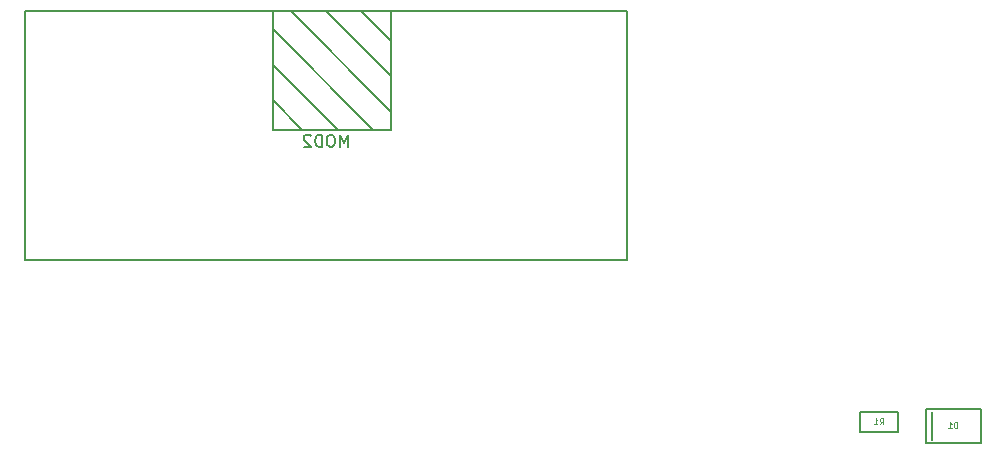
<source format=gbr>
G04 #@! TF.GenerationSoftware,KiCad,Pcbnew,(5.0.2)-1*
G04 #@! TF.CreationDate,2019-05-03T13:20:24-04:00*
G04 #@! TF.ProjectId,2p3s-pwr-pack,32703373-2d70-4777-922d-7061636b2e6b,V1*
G04 #@! TF.SameCoordinates,Original*
G04 #@! TF.FileFunction,Other,Fab,Bot*
%FSLAX46Y46*%
G04 Gerber Fmt 4.6, Leading zero omitted, Abs format (unit mm)*
G04 Created by KiCad (PCBNEW (5.0.2)-1) date 5/3/2019 1:20:24 PM*
%MOMM*%
%LPD*%
G01*
G04 APERTURE LIST*
%ADD10C,0.150000*%
%ADD11C,0.100000*%
G04 APERTURE END LIST*
D10*
G04 #@! TO.C,MOD2*
X146250000Y-91000000D02*
X148750000Y-93500000D01*
X148750000Y-96500000D02*
X143250000Y-91000000D01*
X140250000Y-91000000D02*
X148750000Y-99500000D01*
X138750000Y-92500000D02*
X147250000Y-101000000D01*
X138750000Y-95500000D02*
X144250000Y-101000000D01*
X138750000Y-96000000D02*
X138750000Y-95500000D01*
X141250000Y-101000000D02*
X144250000Y-101000000D01*
X138750000Y-98500000D02*
X141250000Y-101000000D01*
X138750000Y-101000000D02*
X148750000Y-101000000D01*
X138750000Y-101000000D02*
X138750000Y-91000000D01*
X148750000Y-101000000D02*
X148750000Y-91000000D01*
X117750000Y-112000000D02*
X168750000Y-112000000D01*
X117750000Y-91000000D02*
X168750000Y-91000000D01*
X117750000Y-112000000D02*
X117750000Y-91000000D01*
X168750000Y-112000000D02*
X168750000Y-91000000D01*
G04 #@! TO.C,D1*
X198670100Y-124638300D02*
X198670100Y-127558300D01*
X194090100Y-124638300D02*
X194090100Y-127558300D01*
X194090100Y-127558300D02*
X198670100Y-127558300D01*
X194090100Y-124638300D02*
X198670100Y-124638300D01*
X194530100Y-124898300D02*
X194530100Y-127298300D01*
G04 #@! TO.C,R1*
X191645000Y-124880000D02*
X191645000Y-126580000D01*
X188445000Y-124880000D02*
X188445000Y-126580000D01*
X188445000Y-126580000D02*
X191645000Y-126580000D01*
X188445000Y-124880000D02*
X191645000Y-124880000D01*
G04 #@! TD*
G04 #@! TO.C,MOD2*
X145083333Y-102452380D02*
X145083333Y-101452380D01*
X144750000Y-102166666D01*
X144416666Y-101452380D01*
X144416666Y-102452380D01*
X143750000Y-101452380D02*
X143559523Y-101452380D01*
X143464285Y-101500000D01*
X143369047Y-101595238D01*
X143321428Y-101785714D01*
X143321428Y-102119047D01*
X143369047Y-102309523D01*
X143464285Y-102404761D01*
X143559523Y-102452380D01*
X143750000Y-102452380D01*
X143845238Y-102404761D01*
X143940476Y-102309523D01*
X143988095Y-102119047D01*
X143988095Y-101785714D01*
X143940476Y-101595238D01*
X143845238Y-101500000D01*
X143750000Y-101452380D01*
X142892857Y-102452380D02*
X142892857Y-101452380D01*
X142654761Y-101452380D01*
X142511904Y-101500000D01*
X142416666Y-101595238D01*
X142369047Y-101690476D01*
X142321428Y-101880952D01*
X142321428Y-102023809D01*
X142369047Y-102214285D01*
X142416666Y-102309523D01*
X142511904Y-102404761D01*
X142654761Y-102452380D01*
X142892857Y-102452380D01*
X141940476Y-101547619D02*
X141892857Y-101500000D01*
X141797619Y-101452380D01*
X141559523Y-101452380D01*
X141464285Y-101500000D01*
X141416666Y-101547619D01*
X141369047Y-101642857D01*
X141369047Y-101738095D01*
X141416666Y-101880952D01*
X141988095Y-102452380D01*
X141369047Y-102452380D01*
G04 #@! TO.C,D1*
D11*
X196699147Y-126274490D02*
X196699147Y-125774490D01*
X196580100Y-125774490D01*
X196508671Y-125798300D01*
X196461052Y-125845919D01*
X196437242Y-125893538D01*
X196413433Y-125988776D01*
X196413433Y-126060204D01*
X196437242Y-126155442D01*
X196461052Y-126203061D01*
X196508671Y-126250680D01*
X196580100Y-126274490D01*
X196699147Y-126274490D01*
X195937242Y-126274490D02*
X196222957Y-126274490D01*
X196080100Y-126274490D02*
X196080100Y-125774490D01*
X196127719Y-125845919D01*
X196175338Y-125893538D01*
X196222957Y-125917347D01*
G04 #@! TO.C,R1*
X190128333Y-125956190D02*
X190295000Y-125718095D01*
X190414047Y-125956190D02*
X190414047Y-125456190D01*
X190223571Y-125456190D01*
X190175952Y-125480000D01*
X190152142Y-125503809D01*
X190128333Y-125551428D01*
X190128333Y-125622857D01*
X190152142Y-125670476D01*
X190175952Y-125694285D01*
X190223571Y-125718095D01*
X190414047Y-125718095D01*
X189652142Y-125956190D02*
X189937857Y-125956190D01*
X189795000Y-125956190D02*
X189795000Y-125456190D01*
X189842619Y-125527619D01*
X189890238Y-125575238D01*
X189937857Y-125599047D01*
G04 #@! TD*
M02*

</source>
